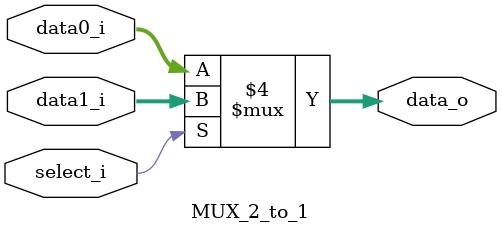
<source format=v>
`timescale 1ns / 1ps

module MUX_2_to_1 (data0_i, data1_i, select_i, data_o);
    parameter size = 0; 
    input   [size-1:0]  data0_i;          
    input   [size-1:0]  data1_i;
    input               select_i;
    output  [size-1:0]  data_o;
    reg     [size-1:0]  data_o;
     
    /* add your design */
    /* choose the output according to select signal.
     * This lab has three MUX.
     * MUX_REG_Dst, MUX_ALUsrc, MUX_MEM_to_REG
     */
    always @(data0_i or data1_i or select_i) begin
        if (select_i==1'b1)
            data_o<=data1_i;
        else
            data_o<=data0_i;
    end

endmodule

</source>
